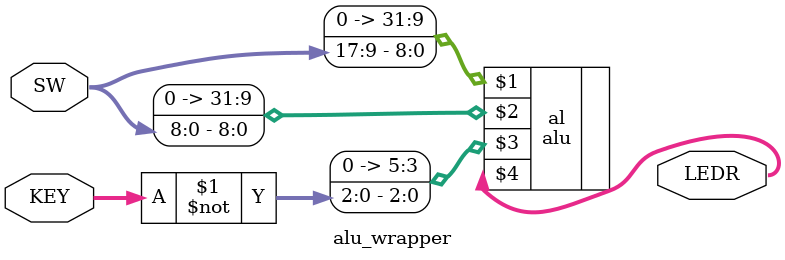
<source format=sv>
module alu_wrapper(input  logic [17:0] SW,
					input  logic [2:0] KEY,
				   output logic [9:0] LEDR);
				   
	alu al({23'b0, SW[17:9]}, {23'b0, SW[8:0]}, {3'b0, ~KEY[2:0]}, LEDR[9:0]);
				   
				   
endmodule
				   
</source>
